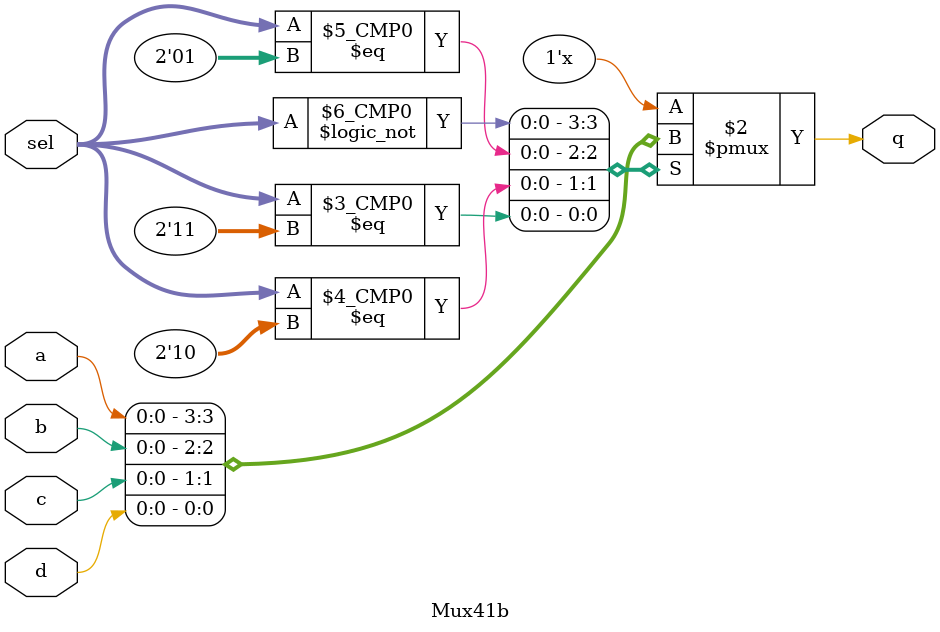
<source format=v>
module Mux41b (
    input wire a,
    input wire b,
    input wire c,
    input wire d,
    input wire [1:0] sel,
    output reg q
);

  always @(*) begin
    case (sel)
      2'd0: q = a;
      2'd1: q = b;
      2'd2: q = c;
      2'd3: q = d;
      default: q = d;
    endcase
  end

endmodule

</source>
